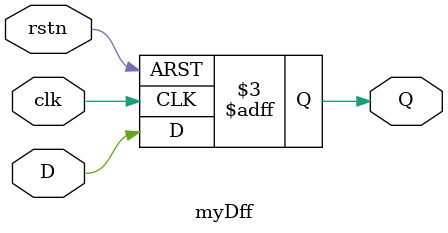
<source format=v>
module myDff(D, Q, clk, rstn);

// clk/rstn signals.
input clk, rstn;

// I/Os.
input D;
output reg Q;

// Main logic: synch. update and asynch. reset.
always @(posedge clk, negedge rstn) begin
	if (~rstn)		Q <= 1'b0;	// Asynchronous, active-low reset
	else			Q <= D;		// Synchronous update
end

endmodule

</source>
